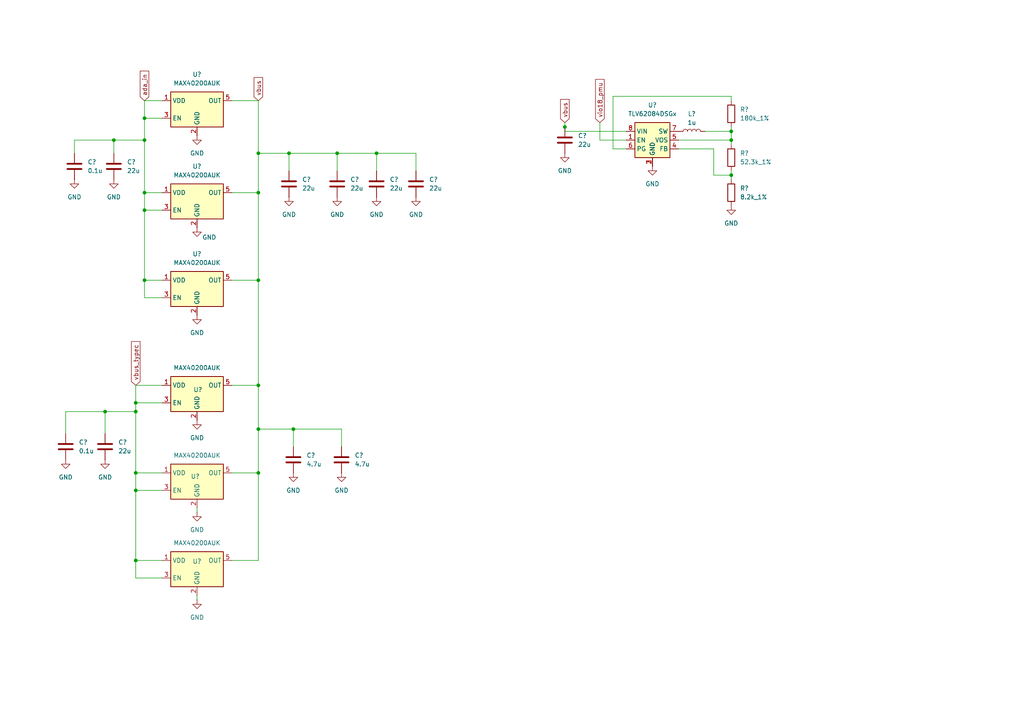
<source format=kicad_sch>
(kicad_sch (version 20250114) (generator "eeschema") (generator_version "9.0")
  (paper "A4")
  (lib_symbols
    (symbol "Analog_Switch:MAX40200AUK"
      (property "Reference" "U" (at -6.35 6.35 0))
      (property "Value" "MAX40200AUK" (at 7.62 6.35 0))
      (symbol "MAX40200AUK_1_1"
        (rectangle (start -7.62 -5.08) (end 7.62 5.08) (stroke (width 0.254)) (fill (type background)))
        (pin power_in line (at -10.16 2.54 0) (length 2.54) (name "VDD") (number "1"))
        (pin input line (at -10.16 -2.54 0) (length 2.54) (name "EN") (number "3"))
        (pin power_in line (at 0 -7.62 90) (length 2.54) (name "GND") (number "2"))
        (pin no_connect line (at 7.62 -2.54 180) (length 2.54) (hide yes) (name "NC") (number "4"))
        (pin passive line (at 10.16 2.54 180) (length 2.54) (name "OUT") (number "5"))
      )
    )
    (symbol "Device:C" (pin_numbers (hide yes)) (pin_names (offset 0.254))
      (property "Reference" "C" (at 0.635 2.54 0))
      (property "Value" "C" (at 0.635 -2.54 0))
      (symbol "C_0_1"
        (polyline (pts (xy -2.032 0.762) (xy 2.032 0.762)) (stroke (width 0.508)))
        (polyline (pts (xy -2.032 -0.762) (xy 2.032 -0.762)) (stroke (width 0.508)))
      )
      (symbol "C_1_1"
        (pin passive line (at 0 3.81 270) (length 2.794) (name "~") (number "1"))
        (pin passive line (at 0 -3.81 90) (length 2.794) (name "~") (number "2"))
      )
    )
    (symbol "Device:L" (pin_numbers (hide yes)) (pin_names (offset 1.016) (hide yes))
      (property "Reference" "L" (at -1.27 0 90))
      (property "Value" "L" (at 1.905 0 90))
      (symbol "L_0_1"
        (arc (start 0 2.54) (mid 0.6323 1.905) (end 0 1.27))
        (arc (start 0 1.27) (mid 0.6323 0.635) (end 0 0))
        (arc (start 0 0) (mid 0.6323 -0.635) (end 0 -1.27))
        (arc (start 0 -1.27) (mid 0.6323 -1.905) (end 0 -2.54))
      )
      (symbol "L_1_1"
        (pin passive line (at 0 3.81 270) (length 1.27) (name "1") (number "1"))
        (pin passive line (at 0 -3.81 90) (length 1.27) (name "2") (number "2"))
      )
    )
    (symbol "Device:R" (pin_numbers (hide yes)) (pin_names (offset 0))
      (property "Reference" "R" (at 2.032 0 90))
      (property "Value" "R" (at 0 0 90))
      (symbol "R_0_1"
        (rectangle (start -1.016 -2.54) (end 1.016 2.54) (stroke (width 0.254)))
      )
      (symbol "R_1_1"
        (pin passive line (at 0 3.81 270) (length 1.27) (name "~") (number "1"))
        (pin passive line (at 0 -3.81 90) (length 1.27) (name "~") (number "2"))
      )
    )
    (symbol "Regulator_Switching:TLV62084DSGx"
      (property "Reference" "U" (at -3.81 6.35 0))
      (property "Value" "TLV62084DSGx" (at 7.62 6.35 0))
      (symbol "TLV62084DSGx_0_1"
        (rectangle (start -5.08 -5.08) (end 5.08 5.08) (stroke (width 0.254)) (fill (type background)))
        (pin power_in line (at -7.62 2.54 0) (length 2.54) (name "VIN") (number "8"))
        (pin input line (at -7.62 0 0) (length 2.54) (name "EN") (number "1"))
        (pin open_collector line (at -7.62 -2.54 0) (length 2.54) (name "PG") (number "6"))
        (pin power_in line (at 0 -7.62 90) (length 2.54) (name "GND") (number "2"))
        (pin power_in line (at 0 -7.62 90) (length 2.54) (name "GND") (number "3"))
        (pin passive line (at 0 -7.62 90) (length 2.54) (hide yes) (name "GND") (number "9"))
        (pin power_out line (at 7.62 2.54 180) (length 2.54) (name "SW") (number "7"))
        (pin input line (at 7.62 0 180) (length 2.54) (name "VOS") (number "5"))
        (pin input line (at 7.62 -2.54 180) (length 2.54) (name "FB") (number "4"))
      )
    )
    (symbol "power:GND" (power) (pin_numbers (hide yes)) (pin_names (offset 0) (hide yes))
      (property "Value" "GND" (at 0 -3.81 0))
      (symbol "GND_0_1"
        (polyline (pts (xy 0 0) (xy 0 -1.27) (xy 1.27 -1.27) (xy 0 -2.54) (xy -1.27 -1.27) (xy 0 -1.27)))
      )
      (symbol "GND_1_1"
        (pin power_in line (at 0 0 270) (length 0) (name "~") (number "1"))
      )
    )
  )
  (junction (at 212.09 38.1))
  (junction (at 212.09 40.64))
  (junction (at 85.09 124.46))
  (junction (at 97.79 44.45))
  (junction (at 33.02 40.64))
  (junction (at 74.93 124.46))
  (junction (at 74.93 55.88))
  (junction (at 74.93 81.28))
  (junction (at 41.91 81.28))
  (junction (at 74.93 44.45))
  (junction (at 74.93 111.76))
  (junction (at 74.93 137.16))
  (junction (at 39.37 119.38))
  (junction (at 83.82 44.45))
  (junction (at 163.83 36.83))
  (junction (at 39.37 142.24))
  (junction (at 41.91 60.96))
  (junction (at 30.48 119.38))
  (junction (at 39.37 137.16))
  (junction (at 109.22 44.45))
  (junction (at 41.91 34.29))
  (junction (at 41.91 40.64))
  (junction (at 39.37 162.56))
  (junction (at 41.91 55.88))
  (junction (at 212.09 50.8))
  (junction (at 39.37 116.84))
  (wire (pts (xy 163.83 38.1) (xy 163.83 36.83)))
  (wire (pts (xy 39.37 142.24) (xy 39.37 162.56)))
  (wire (pts (xy 173.99 35.56) (xy 173.99 40.64)))
  (wire (pts (xy 39.37 162.56) (xy 46.99 162.56)))
  (wire (pts (xy 74.93 111.76) (xy 74.93 124.46)))
  (wire (pts (xy 74.93 44.45) (xy 83.82 44.45)))
  (wire (pts (xy 207.01 50.8) (xy 212.09 50.8)))
  (wire (pts (xy 212.09 38.1) (xy 212.09 40.64)))
  (wire (pts (xy 163.83 35.56) (xy 163.83 36.83)))
  (wire (pts (xy 196.85 43.18) (xy 207.01 43.18)))
  (wire (pts (xy 57.15 172.72) (xy 57.15 173.99)))
  (wire (pts (xy 39.37 162.56) (xy 39.37 167.64)))
  (wire (pts (xy 39.37 116.84) (xy 46.99 116.84)))
  (wire (pts (xy 212.09 41.91) (xy 212.09 40.64)))
  (wire (pts (xy 74.93 81.28) (xy 74.93 111.76)))
  (wire (pts (xy 212.09 50.8) (xy 212.09 52.07)))
  (wire (pts (xy 163.83 38.1) (xy 181.61 38.1)))
  (wire (pts (xy 41.91 34.29) (xy 41.91 40.64)))
  (wire (pts (xy 57.15 148.59) (xy 57.15 147.32)))
  (wire (pts (xy 33.02 40.64) (xy 41.91 40.64)))
  (wire (pts (xy 97.79 44.45) (xy 109.22 44.45)))
  (wire (pts (xy 41.91 55.88) (xy 46.99 55.88)))
  (wire (pts (xy 74.93 44.45) (xy 74.93 55.88)))
  (wire (pts (xy 99.06 124.46) (xy 99.06 129.54)))
  (wire (pts (xy 67.31 137.16) (xy 74.93 137.16)))
  (wire (pts (xy 109.22 44.45) (xy 109.22 49.53)))
  (wire (pts (xy 41.91 55.88) (xy 41.91 60.96)))
  (wire (pts (xy 109.22 44.45) (xy 120.65 44.45)))
  (wire (pts (xy 181.61 43.18) (xy 177.8 43.18)))
  (wire (pts (xy 74.93 137.16) (xy 74.93 162.56)))
  (wire (pts (xy 39.37 137.16) (xy 39.37 142.24)))
  (wire (pts (xy 46.99 111.76) (xy 39.37 111.76)))
  (wire (pts (xy 74.93 124.46) (xy 74.93 137.16)))
  (wire (pts (xy 39.37 111.76) (xy 39.37 116.84)))
  (wire (pts (xy 33.02 40.64) (xy 33.02 44.45)))
  (wire (pts (xy 30.48 119.38) (xy 30.48 125.73)))
  (wire (pts (xy 39.37 142.24) (xy 46.99 142.24)))
  (wire (pts (xy 97.79 44.45) (xy 97.79 49.53)))
  (wire (pts (xy 173.99 40.64) (xy 181.61 40.64)))
  (wire (pts (xy 39.37 167.64) (xy 46.99 167.64)))
  (wire (pts (xy 74.93 162.56) (xy 67.31 162.56)))
  (wire (pts (xy 212.09 49.53) (xy 212.09 50.8)))
  (wire (pts (xy 67.31 29.21) (xy 74.93 29.21)))
  (wire (pts (xy 212.09 27.94) (xy 212.09 29.21)))
  (wire (pts (xy 39.37 119.38) (xy 39.37 137.16)))
  (wire (pts (xy 120.65 44.45) (xy 120.65 49.53)))
  (wire (pts (xy 30.48 119.38) (xy 39.37 119.38)))
  (wire (pts (xy 41.91 60.96) (xy 41.91 81.28)))
  (wire (pts (xy 212.09 36.83) (xy 212.09 38.1)))
  (wire (pts (xy 41.91 29.21) (xy 41.91 34.29)))
  (wire (pts (xy 85.09 124.46) (xy 85.09 129.54)))
  (wire (pts (xy 67.31 111.76) (xy 74.93 111.76)))
  (wire (pts (xy 74.93 55.88) (xy 74.93 81.28)))
  (wire (pts (xy 41.91 34.29) (xy 46.99 34.29)))
  (wire (pts (xy 83.82 49.53) (xy 83.82 44.45)))
  (wire (pts (xy 207.01 43.18) (xy 207.01 50.8)))
  (wire (pts (xy 41.91 81.28) (xy 46.99 81.28)))
  (wire (pts (xy 177.8 43.18) (xy 177.8 27.94)))
  (wire (pts (xy 19.05 119.38) (xy 30.48 119.38)))
  (wire (pts (xy 83.82 44.45) (xy 97.79 44.45)))
  (wire (pts (xy 74.93 29.21) (xy 74.93 44.45)))
  (wire (pts (xy 41.91 60.96) (xy 46.99 60.96)))
  (wire (pts (xy 85.09 124.46) (xy 99.06 124.46)))
  (wire (pts (xy 41.91 81.28) (xy 41.91 86.36)))
  (wire (pts (xy 46.99 29.21) (xy 41.91 29.21)))
  (wire (pts (xy 67.31 55.88) (xy 74.93 55.88)))
  (wire (pts (xy 39.37 137.16) (xy 46.99 137.16)))
  (wire (pts (xy 196.85 40.64) (xy 212.09 40.64)))
  (wire (pts (xy 74.93 124.46) (xy 85.09 124.46)))
  (wire (pts (xy 41.91 86.36) (xy 46.99 86.36)))
  (wire (pts (xy 204.47 38.1) (xy 212.09 38.1)))
  (wire (pts (xy 21.59 40.64) (xy 33.02 40.64)))
  (wire (pts (xy 19.05 125.73) (xy 19.05 119.38)))
  (wire (pts (xy 41.91 40.64) (xy 41.91 55.88)))
  (wire (pts (xy 39.37 116.84) (xy 39.37 119.38)))
  (wire (pts (xy 177.8 27.94) (xy 212.09 27.94)))
  (wire (pts (xy 67.31 81.28) (xy 74.93 81.28)))
  (wire (pts (xy 21.59 44.45) (xy 21.59 40.64)))
  (global_label "vio18_pmu" (shape input) (at 173.99 35.56 90) (property "Intersheetrefs" "${INTERSHEET_REFS}" (effects (hide yes))))
  (global_label "vbus" (shape input) (at 163.83 35.56 90) (property "Intersheetrefs" "${INTERSHEET_REFS}" (effects (hide yes))))
  (global_label "vbus_typec" (shape input) (at 39.37 111.76 90) (property "Intersheetrefs" "${INTERSHEET_REFS}" (effects (hide yes))))
  (global_label "ada_in" (shape input) (at 41.91 29.21 90) (property "Intersheetrefs" "${INTERSHEET_REFS}" (effects (hide yes))))
  (global_label "vbus" (shape input) (at 74.93 29.21 90) (property "Intersheetrefs" "${INTERSHEET_REFS}" (effects (hide yes))))
  (symbol (lib_id "Device:C") (at 99.06 133.35 0) (unit 1)
    (property "Reference" "C?" (at 102.87 132.0799 0) (effects (justify left)))
    (property "Value" "4.7u" (at 102.87 134.6199 0) (effects (justify left)))
    (property "Description" "Unpolarized capacitor" (effects (hide yes)))
  )
  (symbol (lib_id "Device:C") (at 30.48 129.54 0) (unit 1)
    (property "Reference" "C?" (at 34.29 128.2699 0) (effects (justify left)))
    (property "Value" "22u" (at 34.29 130.8099 0) (effects (justify left)))
    (property "Description" "Unpolarized capacitor" (effects (hide yes)))
  )
  (symbol (lib_id "power:GND") (at 21.59 52.07 0) (unit 1)
    (property "Reference" "#PWR?" (effects (hide yes)))
    (property "Value" "GND" (at 21.59 57.15 0))
    (property "Description" "Power symbol creates a global label with name \"GND\" , ground" (effects (hide yes)))
  )
  (symbol (lib_id "power:GND") (at 57.15 173.99 0) (unit 1)
    (property "Reference" "#PWR?" (effects (hide yes)))
    (property "Value" "GND" (at 57.15 179.07 0))
    (property "Description" "Power symbol creates a global label with name \"GND\" , ground" (effects (hide yes)))
  )
  (symbol (lib_id "power:GND") (at 189.23 48.26 0) (unit 1)
    (property "Reference" "#PWR?" (effects (hide yes)))
    (property "Value" "GND" (at 189.23 53.34 0))
    (property "Description" "Power symbol creates a global label with name \"GND\" , ground" (effects (hide yes)))
  )
  (symbol (lib_id "power:GND") (at 163.83 44.45 0) (unit 1)
    (property "Reference" "#PWR?" (effects (hide yes)))
    (property "Value" "GND" (at 163.83 49.53 0))
    (property "Description" "Power symbol creates a global label with name \"GND\" , ground" (effects (hide yes)))
  )
  (symbol (lib_id "Regulator_Switching:TLV62084DSGx") (at 189.23 40.64 0) (unit 1)
    (property "Reference" "U?" (at 189.23 30.48 0))
    (property "Value" "TLV62084DSGx" (at 189.23 33.02 0))
    (property "Footprint" "Package_SON:WSON-8-1EP_2x2mm_P0.5mm_EP0.9x1.6mm" (effects (hide yes)))
    (property "Datasheet" "http://www.ti.com/lit/ds/symlink/tlv62080.pdf" (effects (hide yes)))
    (property "Description" "High-efficiency Step-down Converter" (effects (hide yes)))
  )
  (symbol (lib_id "power:GND") (at 109.22 57.15 0) (unit 1)
    (property "Reference" "#PWR?" (effects (hide yes)))
    (property "Value" "GND" (at 109.22 62.23 0))
    (property "Description" "Power symbol creates a global label with name \"GND\" , ground" (effects (hide yes)))
  )
  (symbol (lib_id "Analog_Switch:MAX40200AUK") (at 57.15 139.7 0) (unit 1)
    (property "Reference" "U?" (at 56.642 138.176 0))
    (property "Value" "MAX40200AUK" (at 57.15 132.08 0))
    (property "Footprint" "Package_TO_SOT_SMD:SOT-23-5" (effects (hide yes)))
    (property "Datasheet" "https://datasheets.maximintegrated.com/en/ds/MAX40200.pdf" (effects (hide yes)))
    (property "Description" "Ideal Diode, Ultra-Low Voltage Drop, 1.5-5.5V, 1A, SOT-23-5" (effects (hide yes)))
  )
  (symbol (lib_id "Device:C") (at 109.22 53.34 0) (unit 1)
    (property "Reference" "C?" (at 113.03 52.0699 0) (effects (justify left)))
    (property "Value" "22u" (at 113.03 54.6099 0) (effects (justify left)))
    (property "Description" "Unpolarized capacitor" (effects (hide yes)))
  )
  (symbol (lib_id "power:GND") (at 57.15 66.04 0) (unit 1)
    (property "Reference" "#PWR?" (effects (hide yes)))
    (property "Value" "GND" (at 60.706 68.834 0))
    (property "Description" "Power symbol creates a global label with name \"GND\" , ground" (effects (hide yes)))
  )
  (symbol (lib_id "Device:C") (at 163.83 40.64 0) (unit 1)
    (property "Reference" "C?" (at 167.64 39.3699 0) (effects (justify left)))
    (property "Value" "22u" (at 167.64 41.9099 0) (effects (justify left)))
    (property "Description" "Unpolarized capacitor" (effects (hide yes)))
  )
  (symbol (lib_id "Analog_Switch:MAX40200AUK") (at 57.15 58.42 0) (unit 1)
    (property "Reference" "U?" (at 57.15 48.26 0))
    (property "Value" "MAX40200AUK" (at 57.15 50.8 0))
    (property "Footprint" "Package_TO_SOT_SMD:SOT-23-5" (effects (hide yes)))
    (property "Datasheet" "https://datasheets.maximintegrated.com/en/ds/MAX40200.pdf" (effects (hide yes)))
    (property "Description" "Ideal Diode, Ultra-Low Voltage Drop, 1.5-5.5V, 1A, SOT-23-5" (effects (hide yes)))
  )
  (symbol (lib_id "Analog_Switch:MAX40200AUK") (at 57.15 31.75 0) (unit 1)
    (property "Reference" "U?" (at 57.15 21.59 0))
    (property "Value" "MAX40200AUK" (at 57.15 24.13 0))
    (property "Footprint" "Package_TO_SOT_SMD:SOT-23-5" (effects (hide yes)))
    (property "Datasheet" "https://datasheets.maximintegrated.com/en/ds/MAX40200.pdf" (effects (hide yes)))
    (property "Description" "Ideal Diode, Ultra-Low Voltage Drop, 1.5-5.5V, 1A, SOT-23-5" (effects (hide yes)))
  )
  (symbol (lib_id "power:GND") (at 99.06 137.16 0) (unit 1)
    (property "Reference" "#PWR?" (effects (hide yes)))
    (property "Value" "GND" (at 99.06 142.24 0))
    (property "Description" "Power symbol creates a global label with name \"GND\" , ground" (effects (hide yes)))
  )
  (symbol (lib_id "power:GND") (at 33.02 52.07 0) (unit 1)
    (property "Reference" "#PWR?" (effects (hide yes)))
    (property "Value" "GND" (at 33.02 57.15 0))
    (property "Description" "Power symbol creates a global label with name \"GND\" , ground" (effects (hide yes)))
  )
  (symbol (lib_id "Analog_Switch:MAX40200AUK") (at 57.15 165.1 0) (unit 1)
    (property "Reference" "U?" (at 57.15 162.814 0))
    (property "Value" "MAX40200AUK" (at 57.15 157.48 0))
    (property "Footprint" "Package_TO_SOT_SMD:SOT-23-5" (effects (hide yes)))
    (property "Datasheet" "https://datasheets.maximintegrated.com/en/ds/MAX40200.pdf" (effects (hide yes)))
    (property "Description" "Ideal Diode, Ultra-Low Voltage Drop, 1.5-5.5V, 1A, SOT-23-5" (effects (hide yes)))
  )
  (symbol (lib_id "power:GND") (at 85.09 137.16 0) (unit 1)
    (property "Reference" "#PWR?" (effects (hide yes)))
    (property "Value" "GND" (at 85.09 142.24 0))
    (property "Description" "Power symbol creates a global label with name \"GND\" , ground" (effects (hide yes)))
  )
  (symbol (lib_id "Device:L") (at 200.66 38.1 90) (unit 1)
    (property "Reference" "L?" (at 200.66 33.02 90))
    (property "Value" "1u" (at 200.66 35.56 90))
    (property "Description" "Inductor" (effects (hide yes)))
  )
  (symbol (lib_id "Device:C") (at 21.59 48.26 0) (unit 1)
    (property "Reference" "C?" (at 25.4 46.9899 0) (effects (justify left)))
    (property "Value" "0.1u" (at 25.4 49.5299 0) (effects (justify left)))
    (property "Description" "Unpolarized capacitor" (effects (hide yes)))
  )
  (symbol (lib_id "Device:C") (at 83.82 53.34 0) (unit 1)
    (property "Reference" "C?" (at 87.63 52.0699 0) (effects (justify left)))
    (property "Value" "22u" (at 87.63 54.6099 0) (effects (justify left)))
    (property "Description" "Unpolarized capacitor" (effects (hide yes)))
  )
  (symbol (lib_id "power:GND") (at 19.05 133.35 0) (unit 1)
    (property "Reference" "#PWR?" (effects (hide yes)))
    (property "Value" "GND" (at 19.05 138.43 0))
    (property "Description" "Power symbol creates a global label with name \"GND\" , ground" (effects (hide yes)))
  )
  (symbol (lib_id "power:GND") (at 212.09 59.69 0) (unit 1)
    (property "Reference" "#PWR?" (effects (hide yes)))
    (property "Value" "GND" (at 212.09 64.77 0))
    (property "Description" "Power symbol creates a global label with name \"GND\" , ground" (effects (hide yes)))
  )
  (symbol (lib_id "power:GND") (at 57.15 39.37 0) (unit 1)
    (property "Reference" "#PWR?" (effects (hide yes)))
    (property "Value" "GND" (at 57.15 44.45 0))
    (property "Description" "Power symbol creates a global label with name \"GND\" , ground" (effects (hide yes)))
  )
  (symbol (lib_id "Device:C") (at 120.65 53.34 0) (unit 1)
    (property "Reference" "C?" (at 124.46 52.0699 0) (effects (justify left)))
    (property "Value" "22u" (at 124.46 54.6099 0) (effects (justify left)))
    (property "Description" "Unpolarized capacitor" (effects (hide yes)))
  )
  (symbol (lib_id "power:GND") (at 57.15 121.92 0) (unit 1)
    (property "Reference" "#PWR?" (effects (hide yes)))
    (property "Value" "GND" (at 57.15 127 0))
    (property "Description" "Power symbol creates a global label with name \"GND\" , ground" (effects (hide yes)))
  )
  (symbol (lib_id "Device:C") (at 19.05 129.54 0) (unit 1)
    (property "Reference" "C?" (at 22.86 128.2699 0) (effects (justify left)))
    (property "Value" "0.1u" (at 22.86 130.8099 0) (effects (justify left)))
    (property "Description" "Unpolarized capacitor" (effects (hide yes)))
  )
  (symbol (lib_id "Device:C") (at 85.09 133.35 0) (unit 1)
    (property "Reference" "C?" (at 88.9 132.0799 0) (effects (justify left)))
    (property "Value" "4.7u" (at 88.9 134.6199 0) (effects (justify left)))
    (property "Description" "Unpolarized capacitor" (effects (hide yes)))
  )
  (symbol (lib_id "Device:R") (at 212.09 33.02 0) (unit 1)
    (property "Reference" "R?" (at 214.63 31.7499 0) (effects (justify left)))
    (property "Value" "180k_1%" (at 214.63 34.2899 0) (effects (justify left)))
    (property "Description" "Resistor" (effects (hide yes)))
  )
  (symbol (lib_id "power:GND") (at 57.15 91.44 0) (unit 1)
    (property "Reference" "#PWR?" (effects (hide yes)))
    (property "Value" "GND" (at 57.15 96.52 0))
    (property "Description" "Power symbol creates a global label with name \"GND\" , ground" (effects (hide yes)))
  )
  (symbol (lib_id "power:GND") (at 30.48 133.35 0) (unit 1)
    (property "Reference" "#PWR?" (effects (hide yes)))
    (property "Value" "GND" (at 30.48 138.43 0))
    (property "Description" "Power symbol creates a global label with name \"GND\" , ground" (effects (hide yes)))
  )
  (symbol (lib_id "power:GND") (at 57.15 148.59 0) (unit 1)
    (property "Reference" "#PWR?" (effects (hide yes)))
    (property "Value" "GND" (at 57.15 153.67 0))
    (property "Description" "Power symbol creates a global label with name \"GND\" , ground" (effects (hide yes)))
  )
  (symbol (lib_id "Analog_Switch:MAX40200AUK") (at 57.15 83.82 0) (unit 1)
    (property "Reference" "U?" (at 57.15 73.66 0))
    (property "Value" "MAX40200AUK" (at 57.15 76.2 0))
    (property "Footprint" "Package_TO_SOT_SMD:SOT-23-5" (effects (hide yes)))
    (property "Datasheet" "https://datasheets.maximintegrated.com/en/ds/MAX40200.pdf" (effects (hide yes)))
    (property "Description" "Ideal Diode, Ultra-Low Voltage Drop, 1.5-5.5V, 1A, SOT-23-5" (effects (hide yes)))
  )
  (symbol (lib_id "power:GND") (at 83.82 57.15 0) (unit 1)
    (property "Reference" "#PWR?" (effects (hide yes)))
    (property "Value" "GND" (at 83.82 62.23 0))
    (property "Description" "Power symbol creates a global label with name \"GND\" , ground" (effects (hide yes)))
  )
  (symbol (lib_id "power:GND") (at 120.65 57.15 0) (unit 1)
    (property "Reference" "#PWR?" (effects (hide yes)))
    (property "Value" "GND" (at 120.65 62.23 0))
    (property "Description" "Power symbol creates a global label with name \"GND\" , ground" (effects (hide yes)))
  )
  (symbol (lib_id "power:GND") (at 97.79 57.15 0) (unit 1)
    (property "Reference" "#PWR?" (effects (hide yes)))
    (property "Value" "GND" (at 97.79 62.23 0))
    (property "Description" "Power symbol creates a global label with name \"GND\" , ground" (effects (hide yes)))
  )
  (symbol (lib_id "Device:R") (at 212.09 45.72 0) (unit 1)
    (property "Reference" "R?" (at 214.63 44.4499 0) (effects (justify left)))
    (property "Value" "52.3k_1%" (at 214.63 46.9899 0) (effects (justify left)))
    (property "Description" "Resistor" (effects (hide yes)))
  )
  (symbol (lib_id "Analog_Switch:MAX40200AUK") (at 57.15 114.3 0) (unit 1)
    (property "Reference" "U?" (at 57.404 113.03 0))
    (property "Value" "MAX40200AUK" (at 57.15 106.68 0))
    (property "Footprint" "Package_TO_SOT_SMD:SOT-23-5" (effects (hide yes)))
    (property "Datasheet" "https://datasheets.maximintegrated.com/en/ds/MAX40200.pdf" (effects (hide yes)))
    (property "Description" "Ideal Diode, Ultra-Low Voltage Drop, 1.5-5.5V, 1A, SOT-23-5" (effects (hide yes)))
  )
  (symbol (lib_id "Device:R") (at 212.09 55.88 0) (unit 1)
    (property "Reference" "R?" (at 214.63 54.6099 0) (effects (justify left)))
    (property "Value" "8.2k_1%" (at 214.63 57.1499 0) (effects (justify left)))
    (property "Description" "Resistor" (effects (hide yes)))
  )
  (symbol (lib_id "Device:C") (at 33.02 48.26 0) (unit 1)
    (property "Reference" "C?" (at 36.83 46.9899 0) (effects (justify left)))
    (property "Value" "22u" (at 36.83 49.5299 0) (effects (justify left)))
    (property "Description" "Unpolarized capacitor" (effects (hide yes)))
  )
  (symbol (lib_id "Device:C") (at 97.79 53.34 0) (unit 1)
    (property "Reference" "C?" (at 101.6 52.0699 0) (effects (justify left)))
    (property "Value" "22u" (at 101.6 54.6099 0) (effects (justify left)))
    (property "Description" "Unpolarized capacitor" (effects (hide yes)))
  )
)
</source>
